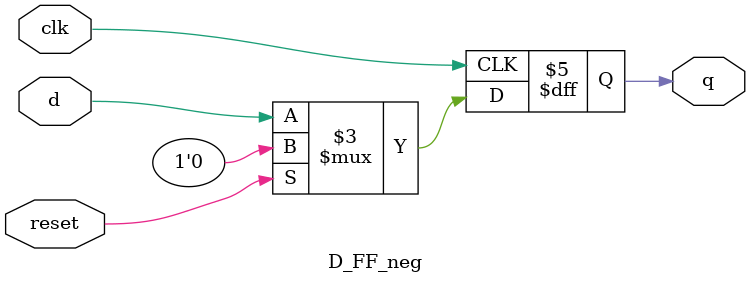
<source format=sv>
module D_FF_neg (q, d, reset, clk);   output reg q; 
  input d, reset, clk; 
 
  always_ff @(negedge clk) 
  if (reset) 
    q <= 0;  // On reset, set to 0 
  else 
    q <= d; // Otherwise out = d 
endmodule 
</source>
